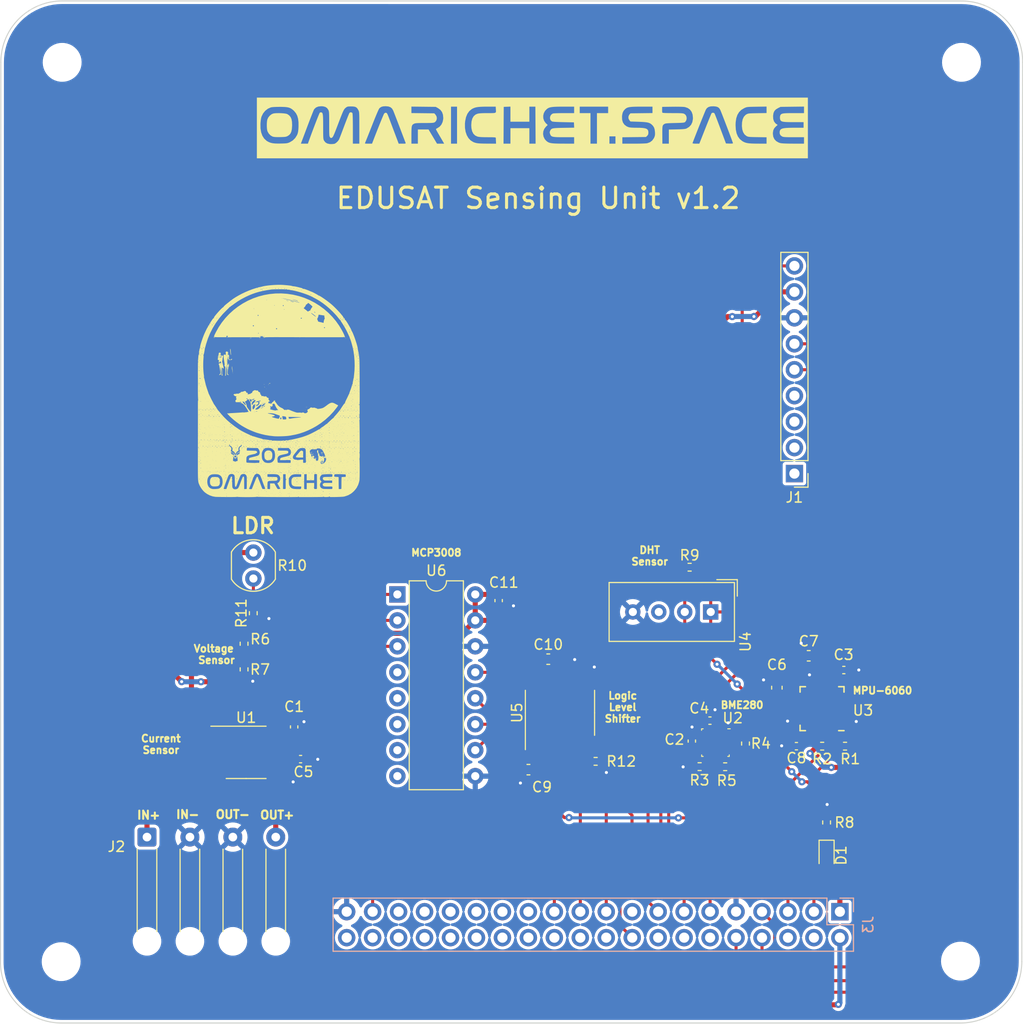
<source format=kicad_pcb>
(kicad_pcb (version 20211014) (generator pcbnew)
  (layers (0 "F.Cu" signal) (31 "B.Cu" power) (34 "B.Paste" user) (35 "F.Paste" user) (36 "B.SilkS" user "B.Silkscreen") (37 "F.SilkS" user "F.Silkscreen") (38 "B.Mask" user) (39 "F.Mask" user) (44 "Edge.Cuts" user))
  (net 0 "")
  (net 1 "+5V")
  (net 2 "GND")
  (net 3 "+3V3")
  (net 4 "Net-(C5-Pad2)")
  (net 5 "Net-(C7-Pad2)")
  (net 6 "Net-(C8-Pad1)")
  (net 7 "Net-(D1-Pad1)")
  (net 12 "TX")
  (net 13 "RX")
  (net 14 "PPS")
  (net 15 "IP")
  (net 16 "OP")
  (net 17 "SDA")
  (net 19 "SCL")
  (net 21 "INT")
  (net 23 "ADO")
  (net 25 "DHTOUT")
  (net 28 "MOSI1")
  (net 30 "MISO1")
  (net 32 "CLK1")
  (net 46 "CS1")
  (net 49 "Net-(R3-Pad1)")
  (net 50 "CH1")
  (net 51 "CH0")
  (net 52 "OE")
  (net 53 "CH2")
  (net 76 "CS")
  (net 77 "MOSI")
  (net 78 "MISO")
  (net 79 "CLK")
  (footprint "Sensor:Aosong_DHT11_5.5x12.0_P2.54mm" (layer "F.Cu") (at 154.66 108.68 -90)
    (fp_text reference "U4")
    (fp_text value "DHT11")
  )
  (footprint "Resistor_SMD:R_0402_1005Metric" (layer "F.Cu") (at 166 129.2775 -90)
    (fp_text reference "R8")
    (fp_text value "4k7")
  )
  (footprint "MountingHole:MountingHole_3.2mm_M3" (layer "F.Cu") (at 91.1 142.9)
    (fp_text reference "H1" hide)
    (fp_text value "MountingHole")
  )
  (footprint "Package_SO:SOIC-8_3.9x4.9mm_P1.27mm" (layer "F.Cu") (at 109.2 122.42)
    (fp_text reference "U1")
    (fp_text value "ACS712xLCTR-05B")
  )
  (footprint "Resistor_SMD:R_0402_1005Metric" (layer "F.Cu") (at 152.5975 104.3025)
    (fp_text reference "R9")
    (fp_text value "4k7")
  )
  (footprint "Resistor_SMD:R_0402_1005Metric" (layer "F.Cu") (at 109.9 108.8 90)
    (fp_text reference "R11")
    (fp_text value "4k7")
  )
  (footprint "Resistor_SMD:R_0402_1005Metric" (layer "F.Cu") (at 109 114.3 90)
    (fp_text reference "R7")
    (fp_text value "7k5")
  )
  (footprint "MountingHole:MountingHole_3.2mm_M3" (layer "F.Cu") (at 179.2 54.9)
    (fp_text reference "H4" hide)
    (fp_text value "MountingHole")
  )
  (footprint "Resistor_SMD:R_0402_1005Metric" (layer "F.Cu") (at 143.4 123.3)
    (fp_text reference "R12")
    (fp_text value "10k")
  )
  (footprint "Capacitor_SMD:C_0402_1005Metric" (layer "F.Cu") (at 152.815 121.315 -90)
    (fp_text reference "C2")
    (fp_text value "100nF")
  )
  (footprint "Capacitor_SMD:C_0402_1005Metric" (layer "F.Cu") (at 113.9 119.93 90)
    (fp_text reference "C1")
    (fp_text value "1nF")
  )
  (footprint "Capacitor_SMD:C_0402_1005Metric" (layer "F.Cu") (at 133.91 107.57 -90)
    (fp_text reference "C11")
    (fp_text value "100nF")
  )
  (footprint "Resistor_SMD:R_0402_1005Metric" (layer "F.Cu") (at 153.575 123.815 180)
    (fp_text reference "R3")
    (fp_text value "4k7")
  )
  (footprint "Resistor_SMD:R_0402_1005Metric" (layer "F.Cu") (at 156.075 123.825)
    (fp_text reference "R5")
    (fp_text value "4k7")
  )
  (footprint "Capacitor_SMD:C_0603_1608Metric" (layer "F.Cu") (at 136.825 124.11)
    (fp_text reference "C9")
    (fp_text value "0.1uF")
  )
  (footprint "Package_LGA:Bosch_LGA-8_2.5x2.5mm_P0.65mm_ClockwisePinNumbering" (layer "F.Cu") (at 155.125 121.465 -90)
    (fp_text reference "U2")
    (fp_text value "BME280")
  )
  (footprint "Capacitor_SMD:C_0603_1608Metric" (layer "F.Cu") (at 138.765 113.3)
    (fp_text reference "C10")
    (fp_text value "0.1uF")
  )
  (footprint "MountingHole:MountingHole_3.2mm_M3" (layer "F.Cu") (at 91.2 54.9)
    (fp_text reference "H2" hide)
    (fp_text value "MountingHole")
  )
  (footprint "Connector_PinHeader_2.54mm:PinHeader_1x09_P2.54mm_Vertical" (layer "F.Cu") (at 162.85 95.14 180)
    (fp_text reference "J1")
    (fp_text value "Conn_01x09_Male")
  )
  (footprint "Capacitor_SMD:C_0603_1608Metric" (layer "F.Cu") (at 164.25 112.97)
    (fp_text reference "C7")
    (fp_text value "0.1uF")
  )
  (footprint "Capacitor_SMD:C_0402_1005Metric" (layer "F.Cu") (at 163.045 121.815 180)
    (fp_text reference "C8")
    (fp_text value "2.2nF")
  )
  (footprint "OptoDevice:R_LDR_4.9x4.2mm_P2.54mm_Vertical" (layer "F.Cu") (at 109.91 102.87 -90)
    (fp_text reference "R10")
    (fp_text value "R_Photo")
  )
  (footprint "Capacitor_SMD:C_0402_1005Metric" (layer "F.Cu") (at 154.585 119.315)
    (fp_text reference "C4")
    (fp_text value "100nF")
  )
  (footprint "Resistor_SMD:R_0402_1005Metric" (layer "F.Cu") (at 165.565 121.815 180)
    (fp_text reference "R2")
    (fp_text value "4k7")
  )
  (footprint "Package_DIP:DIP-16_W7.62mm" (layer "F.Cu") (at 124 106.965)
    (fp_text reference "U6")
    (fp_text value "MCP3008")
  )
  (footprint "Resistor_SMD:R_0402_1005Metric" (layer "F.Cu") (at 158.065 121.555 -90)
    (fp_text reference "R4")
    (fp_text value "4k7")
  )
  (footprint "Sensor_Motion:InvenSense_QFN-24_4x4mm_P0.5mm" (layer "F.Cu") (at 165.555 118.145 180)
    (fp_text reference "U3")
    (fp_text value "MPU-6050")
  )
  (footprint "Capacitor_SMD:C_0603_1608Metric" (layer "F.Cu") (at 161.135 116.09 90)
    (fp_text reference "C6")
    (fp_text value "0.1uF")
  )
  (footprint "Connector_Wire:SolderWire-0.25sqmm_1x04_P4.2mm_D0.65mm_OD1.7mm_Relief" (layer "F.Cu") (at 99.5 130.71)
    (fp_text reference "J2")
    (fp_text value "Conn_01x04_Male")
  )
  (footprint "Capacitor_SMD:C_0402_1005Metric" (layer "F.Cu") (at 167.685 114.365 180)
    (fp_text reference "C3")
    (fp_text value "10nF")
  )
  (footprint "Package_SO:TSSOP-20_4.4x6.5mm_P0.65mm" (layer "F.Cu") (at 139.91 118.55 90)
    (fp_text reference "U5")
    (fp_text value "TXS0108EPW")
  )
  (footprint "Resistor_SMD:R_0402_1005Metric" (layer "F.Cu") (at 109 111.79 90)
    (fp_text reference "R6")
    (fp_text value "30k")
  )
  (footprint "Resistor_SMD:R_0402_1005Metric" (layer "F.Cu") (at 167.805 121.815)
    (fp_text reference "R1")
    (fp_text value "4k7")
  )
  (footprint "Capacitor_SMD:C_0402_1005Metric" (layer "F.Cu") (at 114.53 123.08 180)
    (fp_text reference "C5")
    (fp_text value "1nF")
  )
  (footprint "MountingHole:MountingHole_3.2mm_M3" (layer "F.Cu") (at 179.1 142.85)
    (fp_text reference "H3" hide)
    (fp_text value "MountingHole")
  )
  (footprint "LED_SMD:LED_0603_1608Metric" (layer "F.Cu") (at 166 132.5 -90)
    (fp_text reference "D1")
    (fp_text value "LED")
  )
  (footprint "LOGO" (layer "F.Cu") (at 111.59 87.59)
    (fp_text reference "G***" hide)
    (fp_text value "LOGO" hide)
  )
  (footprint "LOGO" (layer "F.Cu") (at 137.21 61.3)
    (fp_text reference "G***" hide)
    (fp_text value "LOGO" hide)
  )
  (footprint "Connector_PinSocket_2.54mm:PinSocket_2x20_P2.54mm_Vertical" (layer "B.Cu") (at 167.3 138.01 90)
    (fp_text reference "J3")
    (fp_text value "Conn_02x20_Odd_Even")
  )
  (gr_line (start 85.2 54.9) (end 85.166448 143.098507) (layer "Edge.Cuts") (width 0.1))
  (gr_arc (start 179.2 48.9) (mid 183.445018 50.650589) (end 185.185163 54.899899) (layer "Edge.Cuts") (width 0.1))
  (gr_line (start 91.2 48.892803) (end 179.2 48.9) (layer "Edge.Cuts") (width 0.1))
  (gr_arc (start 91.1 148.899999) (mid 86.957823 147.201409) (end 85.166448 143.098507) (layer "Edge.Cuts") (width 0.1))
  (gr_arc (start 85.2 54.9) (mid 86.954814 50.652707) (end 91.2 48.892803) (layer "Edge.Cuts") (width 0.1))
  (gr_line (start 91.1 148.899999) (end 179.1 148.9) (layer "Edge.Cuts") (width 0.1))
  (gr_arc (start 185.1 142.9) (mid 183.342641 147.142641) (end 179.1 148.9) (layer "Edge.Cuts") (width 0.1))
  (gr_line (start 185.185163 54.899899) (end 185.1 142.9) (layer "Edge.Cuts") (width 0.1))
  (gr_text "OUT-" (at 107.89 128.5) (layer "F.SilkS") (effects (font (size 0.8 0.8) (thickness 0.2))))
  (gr_text "IN-" (at 103.48 128.5) (layer "F.SilkS") (effects (font (size 0.8 0.8) (thickness 0.2))))
  (gr_text "BME280" (at 157.73 117.79) (layer "F.SilkS") (effects (font (size 0.7 0.7) (thickness 0.175))))
  (gr_text "MCP3008" (at 127.81 102.88) (layer "F.SilkS") (effects (font (size 0.7 0.7) (thickness 0.175))))
  (gr_text "LDR" (at 109.86 100.25) (layer "F.SilkS") (effects (font (size 1.5 1.5) (thickness 0.3))))
  (gr_text "Current\nSensor" (at 100.86 121.63) (layer "F.SilkS") (effects (font (size 0.7 0.7) (thickness 0.175))))
  (gr_text "OUT+" (at 112.24 128.55) (layer "F.SilkS") (effects (font (size 0.8 0.8) (thickness 0.2))))
  (gr_text "Logic\nLevel\nShifter" (at 146.05 118) (layer "F.SilkS") (effects (font (size 0.7 0.7) (thickness 0.175))))
  (gr_text "Voltage \nSensor" (at 106.3 112.83) (layer "F.SilkS") (effects (font (size 0.7 0.7) (thickness 0.175))))
  (gr_text "EDUSAT Sensing Unit v1.2" (at 137.78 68.2) (layer "F.SilkS") (effects (font (size 2 2) (thickness 0.3))))
  (gr_text "IN+" (at 99.66 128.56) (layer "F.SilkS") (effects (font (size 0.8 0.8) (thickness 0.2))))
  (gr_text "DHT\nSensor" (at 148.69 103.19) (layer "F.SilkS") (effects (font (size 0.7 0.7) (thickness 0.175))))
  (gr_text "MPU-6060" (at 171.47 116.37) (layer "F.SilkS") (effects (font (size 0.7 0.7) (thickness 0.175))))
  (segment (start 109.775 120.515) (end 109.775 118.115) (width 0.5) (layer "F.Cu") (net 1))
  (segment (start 109.775 120.055) (end 115.75 114.08) (width 0.5) (layer "F.Cu") (net 1))
  (segment (start 114.8 128.31) (end 112.19 125.7) (width 0.5) (layer "F.Cu") (net 1))
  (segment (start 115.75 114.08) (end 115.75 112.48) (width 0.5) (layer "F.Cu") (net 1))
  (segment (start 117.39 110.84) (end 117.93 110.84) (width 0.5) (layer "F.Cu") (net 1))
  (segment (start 105.45 102.87) (end 109.91 102.87) (width 0.5) (layer "F.Cu") (net 1))
  (segment (start 102.89 115.5) (end 102.08 114.69) (width 0.5) (layer "F.Cu") (net 1))
  (segment (start 109.775 120.515) (end 109.775 120.055) (width 0.5) (layer "F.Cu") (net 1))
  (segment (start 112.19 125.7) (end 110.06 125.7) (width 0.5) (layer "F.Cu") (net 1))
  (segment (start 118.000001 110.769999) (end 130.355001 110.769999) (width 0.5) (layer "F.Cu") (net 1))
  (segment (start 167.11 147.12) (end 119.71 147.12) (width 0.5) (layer "F.Cu") (net 1))
  (segment (start 109.775 118.115) (end 107.17 115.51) (width 0.5) (layer "F.Cu") (net 1))
  (segment (start 109.775 120.515) (end 111.675 120.515) (width 0.5) (layer "F.Cu") (net 1))
  (segment (start 117.93 110.84) (end 118.000001 110.769999) (width 0.5) (layer "F.Cu") (net 1))
  (segment (start 137.635 115.6875) (end 137.635 113.655) (width 0.3) (layer "F.Cu") (net 1))
  (segment (start 119.71 147.12) (end 114.8 142.21) (width 0.5) (layer "F.Cu") (net 1))
  (segment (start 133.785 106.965) (end 133.91 107.09) (width 0.5) (layer "F.Cu") (net 1))
  (segment (start 114.8 142.21) (end 114.8 128.31) (width 0.5) (layer "F.Cu") (net 1))
  (segment (start 108.85 121.44) (end 109.775 120.515) (width 0.5) (layer "F.Cu") (net 1))
  (segment (start 130.355001 110.769999) (end 131.62 109.505) (width 0.5) (layer "F.Cu") (net 1))
  (segment (start 102.08 106.24) (end 105.45 102.87) (width 0.5) (layer "F.Cu") (net 1))
  (segment (start 134.195 109.505) (end 137.99 113.3) (width 0.5) (layer "F.Cu") (net 1))
  (segment (start 110.06 125.7) (end 108.85 124.49) (width 0.5) (layer "F.Cu") (net 1))
  (segment (start 108.85 124.49) (end 108.85 121.44) (width 0.5) (layer "F.Cu") (net 1))
  (segment (start 131.62 109.505) (end 134.195 109.505) (width 0.5) (layer "F.Cu") (net 1))
  (segment (start 107.17 115.51) (end 104.78 115.51) (width 0.5) (layer "F.Cu") (net 1))
  (segment (start 131.62 109.505) (end 131.62 106.965) (width 0.5) (layer "F.Cu") (net 1))
  (segment (start 131.62 106.965) (end 133.785 106.965) (width 0.5) (layer "F.Cu") (net 1))
  (segment (start 167.15 147.08) (end 167.11 147.12) (width 0.5) (layer "F.Cu") (net 1))
  (segment (start 111.675 120.515) (end 113.795 120.515) (width 0.5) (layer "F.Cu") (net 1))
  (segment (start 115.75 112.48) (end 117.39 110.84) (width 0.5) (layer "F.Cu") (net 1))
  (segment (start 113.795 120.515) (end 113.9 120.41) (width 0.5) (layer "F.Cu") (net 1))
  (segment (start 137.635 113.655) (end 137.99 113.3) (width 0.3) (layer "F.Cu") (net 1))
  (segment (start 102.08 114.69) (end 102.08 106.24) (width 0.5) (layer "F.Cu") (net 1))
  (via (at 104.78 115.51) (size 0.7) (drill 0.3) (layers "F.Cu" "B.Cu") (net 1))
  (via (at 102.89 115.5) (size 0.7) (drill 0.3) (layers "F.Cu" "B.Cu") (net 1))
  (via (at 167.15 147.08) (size 0.7) (drill 0.3) (layers "F.Cu" "B.Cu") (net 1))
  (segment (start 167.15 147.08) (end 167.3 146.93) (width 0.5) (layer "B.Cu") (net 1))
  (segment (start 104.78 115.51) (end 102.9 115.51) (width 0.5) (layer "B.Cu") (net 1))
  (segment (start 167.3 146.93) (end 167.3 140.55) (width 0.5) (layer "B.Cu") (net 1))
  (segment (start 102.9 115.51) (end 102.89 115.5) (width 0.5) (layer "B.Cu") (net 1))
  (segment (start 152.815 119.955) (end 152.83 119.94) (width 0.5) (layer "F.Cu") (net 2))
  (segment (start 164.805 115.315756) (end 164.324622 114.835378) (width 0.3) (layer "F.Cu") (net 2))
  (segment (start 169.145 114.365) (end 169.15 114.36) (width 0.5) (layer "F.Cu") (net 2))
  (segment (start 116.19 123.08) (end 116.21 123.1) (width 0.5) (layer "F.Cu") (net 2))
  (segment (start 155.065 118.265) (end 155.08 118.25) (width 0.5) (layer "F.Cu") (net 2))
  (segment (start 139.54 113.3) (end 141.31 113.3) (width 0.5) (layer "F.Cu") (net 2))
  (segment (start 115.01 123.08) (end 116.19 123.08) (width 0.5) (layer "F.Cu") (net 2))
  (segment (start 166 128.7675) (end 166 127.57) (width 0.5) (layer "F.Cu") (net 2))
  (segment (start 153.065 123.815) (end 151.985 123.815) (width 0.5) (layer "F.Cu") (net 2))
  (segment (start 135.33 108.05) (end 135.36 108.08) (width 0.5) (layer "F.Cu") (net 2))
  (segment (start 155.065 119.315) (end 155.065 118.265) (width 0.5) (layer "F.Cu") (net 2))
  (segment (start 162.215 119.395) (end 162.18 119.36) (width 0.3) (layer "F.Cu") (net 2))
  (segment (start 151.985 123.815) (end 151.96 123.84) (width 0.5) (layer "F.Cu") (net 2))
  (segment (start 168.165 114.365) (end 169.145 114.365) (width 0.5) (layer "F.Cu") (net 2))
  (segment (start 112.815 124.325) (end 113.8 125.31) (width 0.5) (layer "F.Cu") (net 2))
  (segment (start 161.135 115.315) (end 159.845 115.315) (width 0.5) (layer "F.Cu") (net 2))
  (segment (start 111.41 109.31) (end 111.43 109.33) (width 0.5) (layer "F.Cu") (net 2))
  (segment (start 113.9 119.45) (end 114.83 119.45) (width 0.5) (layer "F.Cu") (net 2))
  (segment (start 114.83 119.45) (end 114.86 119.42) (width 0.5) (layer "F.Cu") (net 2))
  (segment (start 163.475 111.775) (end 163.51 111.74) (width 0.5) (layer "F.Cu") (net 2))
  (segment (start 109 114.81) (end 109.2 114.81) (width 0.5) (layer "F.Cu") (net 2))
  (segment (start 154.1 121.14) (end 153.12 121.14) (width 0.3) (layer "F.Cu") (net 2))
  (segment (start 168.895 119.395) (end 168.9 119.4) (width 0.3) (layer "F.Cu") (net 2))
  (segment (start 109.9 109.31) (end 111.41 109.31) (width 0.5) (layer "F.Cu") (net 2))
  (segment (start 167.505 119.395) (end 168.895 119.395) (width 0.3) (layer "F.Cu") (net 2))
  (segment (start 136.05 125.41) (end 136.04 125.42) (width 0.5) (layer "F.Cu") (net 2))
  (segment (start 143.91 123.3) (end 143.91 123.85) (width 0.5) (layer "F.Cu") (net 2))
  (segment (start 163.475 112.97) (end 163.475 111.775) (width 0.5) (layer "F.Cu") (net 2))
  (segment (start 111.675 124.325) (end 112.815 124.325) (width 0.5) (layer "F.Cu") (net 2))
  (segment (start 141.31 113.3) (end 141.35 113.34) (width 0.5) (layer "F.Cu") (net 2))
  (segment (start 156.15 120.49) (end 156.15 119.75) (width 0.5) (layer "F.Cu") (net 2))
  (segment (start 164.805 116.195) (end 164.805 115.315756) (width 0.3) (layer "F.Cu") (net 2))
  (segment (start 109.2 114.81) (end 109.85 115.46) (width 0.5) (layer "F.Cu") (net 2))
  (segment (start 166 127.57) (end 166.05 127.52) (width 0.5) (layer "F.Cu") (net 2))
  (segment (start 162.565 121.815) (end 161.635 121.815) (width 0.5) (layer "F.Cu") (net 2))
  (segment (start 152.815 120.835) (end 152.815 119.955) (width 0.5) (layer "F.Cu") (net 2))
  (segment (start 142.835 115.6875) (end 142.835 114.505) (width 0.5) (layer "F.Cu") (net 2))
  (segment (start 153.12 121.14) (end 152.815 120.835) (width 0.3) (layer "F.Cu") (net 2))
  (segment (start 143.91 123.85) (end 144.45 124.39) (width 0.5) (layer "F.Cu") (net 2))
  (segment (start 159.845 115.315) (end 159.83 115.33) (width 0.5) (layer "F.Cu") (net 2))
  (segment (start 133.91 108.05) (end 135.33 108.05) (width 0.5) (layer "F.Cu") (net 2))
  (segment (start 163.605 119.395) (end 162.215 119.395) (width 0.3) (layer "F.Cu") (net 2))
  (segment (start 142.835 114.505) (end 143.27 114.07) (width 0.5) (layer "F.Cu") (net 2))
  (segment (start 156.15 119.75) (end 156.37 119.53) (width 0.5) (layer "F.Cu") (net 2))
  (segment (start 161.635 121.815) (end 161.6 121.78) (width 0.5) (layer "F.Cu") (net 2))
  (segment (start 136.05 124.11) (end 136.05 125.41) (width 0.5) (layer "F.Cu") (net 2))
  (via (at 159.83 115.33) (size 0.7) (drill 0.3) (layers "F.Cu" "B.Cu") (net 2))
  (via (at 162.18 119.36) (size 0.7) (drill 0.3) (layers "F.Cu" "B.Cu") (net 2))
  (via (at 152.83 119.94) (size 0.7) (drill 0.3) (layers "F.Cu" "B.Cu") (net 2))
  (via (at 114.86 119.42) (size 0.7) (drill 0.3) (layers "F.Cu" "B.Cu") (net 2))
  (via (at 113.8 125.31) (size 0.7) (drill 0.3) (layers "F.Cu" "B.Cu") (net 2))
  (via (at 136.04 125.42) (size 0.7) (drill 0.3) (layers "F.Cu" "B.Cu") (net 2))
  (via (at 141.35 113.34) (size 0.7) (drill 0.3) (layers "F.Cu" "B.Cu") (net 2))
  (via (at 161.6 121.78) (size 0.7) (drill 0.3) (layers "F.Cu" "B.Cu") (net 2))
  (via (at 144.45 124.39) (size 0.7) (drill 0.3) (layers "F.Cu" "B.Cu") (net 2))
  (via (at 163.51 111.74) (size 0.7) (drill 0.3) (layers "F.Cu" "B.Cu") (net 2))
  (via (at 166.05 127.52) (size 0.7) (drill 0.3) (layers "F.Cu" "B.Cu") (net 2))
  (via (at 135.36 108.08) (size 0.7) (drill 0.3) (layers "F.Cu" "B.Cu") (net 2))
  (via (at 164.324622 114.835378) (size 0.7) (drill 0.3) (layers "F.Cu" "B.Cu") (net 2))
  (via (at 169.15 114.36) (size 0.7) (drill 0.3) (layers "F.Cu" "B.Cu") (net 2))
  (via (at 168.9 119.4) (size 0.7) (drill 0.3) (layers "F.Cu" "B.Cu") (net 2))
  (via (at 143.27 114.07) (size 0.7) (drill 0.3) (layers "F.Cu" "B.Cu") (net 2))
  (via (at 151.96 123.84) (size 0.7) (drill 0.3) (layers "F.Cu" "B.Cu") (net 2))
  (via (at 116.21 123.1) (size 0.7) (drill 0.3) (layers "F.Cu" "B.Cu") (net 2))
  (via (at 155.08 118.25) (size 0.7) (drill 0.3) (layers "F.Cu" "B.Cu") (net 2))
  (via (at 111.43 109.33) (size 0.7) (drill 0.3) (layers "F.Cu" "B.Cu") (net 2))
  (via (at 109.85 115.46) (size 0.7) (drill 0.3) (layers "F.Cu" "B.Cu") (net 2))
  (via (at 156.37 119.53) (size 0.7) (drill 0.3) (layers "F.Cu" "B.Cu") (net 2))
  (segment (start 159.03 79.77) (end 158.89 79.77) (width 0.5) (layer "F.Cu") (net 3))
  (segment (start 166.61 108.68) (end 170.22 112.29) (width 0.3) (layer "F.Cu") (net 3))
  (segment (start 168.065378 123.894622) (end 168.315 123.645) (width 0.5) (layer "F.Cu") (net 3))
  (segment (start 155.565 125.735) (end 155.28 126.02) (width 0.3) (layer "F.Cu") (net 3))
  (segment (start 155.265 121.355) (end 155.265 121.215) (width 0.3) (layer "F.Cu") (net 3))
  (segment (start 168.57 133.45) (end 168.57 133.5) (width 0.5) (layer "F.Cu") (net 3))
  (segment (start 168.315 123.645) (end 168.315 121.815) (width 0.5) (layer "F.Cu") (net 3))
  (segment (start 157.25 115.74) (end 158.375 116.865) (width 0.3) (layer "F.Cu") (net 3))
  (segment (start 155.255 122.345) (end 155.255 121.365) (width 0.3) (layer "F.Cu") (net 3))
  (segment (start 169.96 112.03) (end 168.21 112.03) (width 0.5) (layer "F.Cu") (net 3))
  (segment (start 155.28 126.02) (end 152.47 128.83) (width 0.3) (layer "F.Cu") (net 3))
  (segment (start 156.15 121.14) (end 155.34 121.14) (width 0.3) (layer "F.Cu") (net 3))
  (segment (start 155.34 121.14) (end 155.265 121.215) (width 0.3) (layer "F.Cu") (net 3))
  (segment (start 154.1 120.49) (end 154.54 120.49) (width 0.3) (layer "F.Cu") (net 3))
  (segment (start 170.22 112.29) (end 169.96 112.03) (width 0.5) (layer "F.Cu") (net 3))
  (segment (start 153.6575 104.3025) (end 154.66 105.305) (width 0.3) (layer "F.Cu") (net 3))
  (segment (start 140.34 128.8) (end 137.6 126.06) (width 0.3) (layer "F.Cu") (net 3))
  (segment (start 168.315 121.815) (end 169.185 121.815) (width 0.5) (layer "F.Cu") (net 3))
  (segment (start 169.185 121.815) (end 170.49 120.51) (width 0.5) (layer "F.Cu") (net 3))
  (segment (start 155.565 123.825) (end 155.565 125.735) (width 0.3) (layer "F.Cu") (net 3))
  (segment (start 137.6 126.06) (end 137.6 124.11) (width 0.3) (layer "F.Cu") (net 3))
  (segment (start 165.055 121.815) (end 165.055 121.845756) (width 0.5) (layer "F.Cu") (net 3))
  (segment (start 170.49 120.51) (end 170.49 112.56) (width 0.5) (layer "F.Cu") (net 3))
  (segment (start 156.32 79.78) (end 153.1075 82.9925) (width 0.5) (layer "F.Cu") (net 3))
  (segment (start 166.454622 123.894622) (end 168.065378 123.894622) (width 0.5) (layer "F.Cu") (net 3))
  (segment (start 166.305 116.195) (end 166.305 115.295) (width 0.3) (layer "F.Cu") (net 3))
  (segment (start 154.1 120.49) (end 154.1 119.32) (width 0.3) (layer "F.Cu") (net 3))
  (segment (start 155.255 122.345) (end 154.7 121.79) (width 0.3) (layer "F.Cu") (net 3))
  (segment (start 163.525 116.815) (end 163.605 116.895) (width 0.3) (layer "F.Cu") (net 3))
  (segment (start 153.1075 82.9925) (end 153.1075 104.3025) (width 0.5) (layer "F.Cu") (net 3))
  (segment (start 165.055 121.845756) (end 164.375378 122.525378) (width 0.5) (layer "F.Cu") (net 3))
  (segment (start 155.565 123.825) (end 155.255 123.515) (width 0.3) (layer "F.Cu") (net 3))
  (segment (start 158.065 121.045) (end 161.135 117.975) (width 0.3) (layer "F.Cu") (net 3))
  (segment (start 169.25 128.85) (end 169.25 132.77) (width 0.5) (layer "F.Cu") (net 3))
  (segment (start 137.635 124.075) (end 137.6 124.11) (width 0.3) (layer "F.Cu") (net 3))
  (segment (start 157.105 121.045) (end 158.065 121.045) (width 0.3) (layer "F.Cu") (net 3))
  (segment (start 161.44 77.36) (end 159.03 79.77) (width 0.5) (layer "F.Cu") (net 3))
  (segment (start 167.3 138.01) (end 167.3 136.32) (width 0.5) (layer "F.Cu") (net 3))
  (segment (start 140.79 128.8) (end 140.34 128.8) (width 0.3) (layer "F.Cu") (net 3))
  (segment (start 170.49 112.56) (end 170.22 112.29) (width 0.5) (layer "F.Cu") (net 3))
  (segment (start 154.7 121.79) (end 154.1 121.79) (width 0.3) (layer "F.Cu") (net 3))
  (segment (start 154.1 119.32) (end 154.105 119.315) (width 0.3) (layer "F.Cu") (net 3))
  (segment (start 158.375 116.865) (end 161.135 116.865) (width 0.3) (layer "F.Cu") (net 3))
  (segment (start 152.815 121.795) (end 154.095 121.795) (width 0.3) (layer "F.Cu") (net 3))
  (segment (start 166.305 115.295) (end 167.205 114.395) (width 0.3) (layer "F.Cu") (net 3))
  (segment (start 168.57 133.5) (end 166.2125 133.5) (width 0.5) (layer "F.Cu") (net 3))
  (segment (start 153.1075 104.3025) (end 153.6575 104.3025) (width 0.3) (layer "F.Cu") (net 3))
  (segment (start 155.255 123.515) (end 155.255 122.345) (width 0.3) (layer "F.Cu") (net 3))
  (segment (start 167.205 113.035) (end 167.205 114.365) (width 0.5) (layer "F.Cu") (net 3))
  (segment (start 161.205 116.795) (end 163.472462 116.795) (width 0.5) (layer "F.Cu") (net 3))
  (segment (start 162.85 77.36) (end 161.44 77.36) (width 0.5) (layer "F.Cu") (net 3))
  (segment (start 157.01 121.14) (end 157.105 121.045) (width 0.3) (layer "F.Cu") (net 3))
  (segment (start 167.3 136.32) (end 166 135.02) (width 0.5) (layer "F.Cu") (net 3))
  (segment (start 161.135 116.865) (end 161.205 116.795) (width 0.5) (layer "F.Cu") (net 3))
  (segment (start 154.66 108.68) (end 154.66 113.18) (width 0.3) (layer "F.Cu") (net 3))
  (segment (start 167.205 114.395) (end 167.205 114.365) (width 0.3) (layer "F.Cu") (net 3))
  (segment (start 166 135.02) (end 166 133.2875) (width 0.5) (layer "F.Cu") (net 3))
  (segment (start 154.66 108.68) (end 166.61 108.68) (width 0.3) (layer "F.Cu") (net 3))
  (segment (start 154.66 113.18) (end 155.28 113.8) (width 0.3) (layer "F.Cu") (net 3))
  (segment (start 152.47 128.83) (end 151.5 128.83) (width 0.3) (layer "F.Cu") (net 3))
  (segment (start 168.315 127.915) (end 169.25 128.85) (width 0.5) (layer "F.Cu") (net 3))
  (segment (start 154.66 105.305) (end 154.66 108.68) (width 0.3) (layer "F.Cu") (net 3))
  (segment (start 161.135 117.975) (end 161.135 116.865) (width 0.3) (layer "F.Cu") (net 3))
  (segment (start 168.21 112.03) (end 167.205 113.035) (width 0.5) (layer "F.Cu") (net 3))
  (segment (start 168.315 123.645) (end 168.315 127.915) (width 0.5) (layer "F.Cu") (net 3))
  (segment (start 155.265 121.215) (end 154.54 120.49) (width 0.3) (layer "F.Cu") (net 3))
  (segment (start 154.095 121.795) (end 154.1 121.79) (width 0.3) (layer "F.Cu") (net 3))
  (segment (start 156.15 121.14) (end 157.01 121.14) (width 0.3) (layer "F.Cu") (net 3))
  (segment (start 169.25 132.77) (end 168.57 133.45) (width 0.5) (layer "F.Cu") (net 3))
  (segment (start 155.255 121.365) (end 155.265 121.355) (width 0.3) (layer "F.Cu") (net 3))
  (segment (start 156.77 79.78) (end 156.32 79.78) (width 0.5) (layer "F.Cu") (net 3))
  (segment (start 137.635 121.4125) (end 137.635 124.075) (width 0.3) (layer "F.Cu") (net 3))
  (via (at 151.5 128.83) (size 0.7) (drill 0.3) (layers "F.Cu" "B.Cu") (net 3))
  (via (at 140.79 128.8) (size 0.7) (drill 0.3) (layers "F.Cu" "B.Cu") (net 3))
  (via (at 157.25 115.74) (size 0.7) (drill 0.3) (layers "F.Cu" "B.Cu") (net 3))
  (via (at 155.28 113.8) (size 0.7) (drill 0.3) (layers "F.Cu" "B.Cu") (net 3))
  (via (at 166.454622 123.894622) (size 0.7) (drill 0.3) (layers "F.Cu" "B.Cu") (net 3))
  (via (at 164.375378 122.525378) (size 0.7) (drill 0.3) (layers "F.Cu" "B.Cu") (net 3))
  (via (at 156.77 79.78) (size 0.7) (drill 0.3) (layers "F.Cu" "B.Cu") (net 3))
  (via (at 158.89 79.77) (size 0.7) (drill 0.3) (layers "F.Cu" "B.Cu") (net 3))
  (segment (start 156.78 79.77) (end 156.77 79.78) (width 0.5) (layer "B.Cu") (net 3))
  (segment (start 166.43 123.87) (end 166.454622 123.894622) (width 0.5) (layer "B.Cu") (net 3))
  (segment (start 155.28 113.8) (end 155.31 113.8) (width 0.3) (layer "B.Cu") (net 3))
  (segment (start 151.5 128.83) (end 140.82 128.83) (width 0.3) (layer "B.Cu") (net 3))
  (segment (start 164.375378 122.525378) (end 165.72 123.87) (width 0.5) (layer "B.Cu") (net 3))
  (segment (start 158.89 79.77) (end 156.78 79.77) (width 0.5) (layer "B.Cu") (net 3))
  (segment (start 155.31 113.8) (end 157.25 115.74) (width 0.3) (layer "B.Cu") (net 3))
  (segment (start 140.82 128.83) (end 140.79 128.8) (width 0.3) (layer "B.Cu") (net 3))
  (segment (start 165.72 123.87) (end 166.43 123.87) (width 0.5) (layer "B.Cu") (net 3))
  (segment (start 111.675 123.055) (end 113.945 123.055) (width 0.3) (layer "F.Cu") (net 4))
  (segment (start 113.945 123.055) (end 113.96 123.04) (width 0.3) (layer "F.Cu") (net 4))
  (segment (start 165.305 113.25) (end 165.305 116.195) (width 0.3) (layer "F.Cu") (net 5))
  (segment (start 165.025 112.97) (end 165.305 113.25) (width 0.3) (layer "F.Cu") (net 5))
  (segment (start 163.525 121.465) (end 163.525 121.815) (width 0.3) (layer "F.Cu") (net 6))
  (segment (start 164.805 120.905) (end 164.585 121.125) (width 0.3) (layer "F.Cu") (net 6))
  (segment (start 164.805 120.095) (end 164.805 120.905) (width 0.3) (layer "F.Cu") (net 6))
  (segment (start 164.585 121.125) (end 163.865 121.125) (width 0.3) (layer "F.Cu") (net 6))
  (segment (start 163.865 121.125) (end 163.525 121.465) (width 0.3) (layer "F.Cu") (net 6))
  (segment (start 166 131.7125) (end 166 129.7875) (width 0.3) (layer "F.Cu") (net 7))
  (segment (start 173.12 91.58) (end 173.12 142.95) (width 0.3) (layer "F.Cu") (net 12))
  (segment (start 171.31 144.76) (end 161.17 144.76) (width 0.3) (layer "F.Cu") (net 12))
  (segment (start 173.12 142.95) (end 171.31 144.76) (width 0.3) (layer "F.Cu") (net 12))
  (segment (start 161.17 144.76) (end 159.68 143.27) (width 0.3) (layer "F.Cu") (net 12))
  (segment (start 159.68 143.27) (end 159.68 140.55) (width 0.3) (layer "F.Cu") (net 12))
  (segment (start 166.52 84.98) (end 173.12 91.58) (width 0.3) (layer "F.Cu") (net 12))
  (segment (start 162.85 84.98) (end 166.52 84.98) (width 0.3) (layer "F.Cu") (net 12))
  (segment (start 158.93 145.89) (end 157.14 144.1) (width 0.3) (layer "F.Cu") (net 13))
  (segment (start 174.61 143.12) (end 171.84 145.89) (width 0.3) (layer "F.Cu") (net 13))
  (segment (start 157.14 144.1) (end 157.14 140.55) (width 0.3) (layer "F.Cu") (net 13))
  (segment (start 166.67 82.44) (end 174.61 90.38) (width 0.3) (layer "F.Cu") (net 13))
  (segment (start 171.84 145.89) (end 158.93 145.89) (width 0.3) (layer "F.Cu") (net 13))
  (segment (start 162.85 82.44) (end 166.67 82.44) (width 0.3) (layer "F.Cu") (net 13))
  (segment (start 174.61 90.38) (end 174.61 143.12) (width 0.3) (layer "F.Cu") (net 13))
  (segment (start 170.84 143.41) (end 171.53 142.72) (width 0.3) (layer "F.Cu") (net 14))
  (segment (start 171.53 104.2) (end 167.72 100.39) (width 0.3) (layer "F.Cu") (net 14))
  (segment (start 159.68 138.01) (end 160.918923 139.248923) (width 0.3) (layer "F.Cu") (net 14))
  (segment (start 157.74 97.87) (end 160.26 100.39) (width 0.3) (layer "F.Cu") (net 14))
  (segment (start 160.47 74.82) (end 157.74 77.55) (width 0.3) (layer "F.Cu") (net 14))
  (segment (start 162.85 74.82) (end 160.47 74.82) (width 0.3) (layer "F.Cu") (net 14))
  (segment (start 171.53 142.72) (end 171.53 104.2) (width 0.3) (layer "F.Cu") (net 14))
  (segment (start 160.26 100.39) (end 167.72 100.39) (width 0.3) (layer "F.Cu") (net 14))
  (segment (start 160.918923 139.248923) (end 160.918923 142.308923) (width 0.3) (layer "F.Cu") (net 14))
  (segment (start 157.74 77.55) (end 157.74 97.87) (width 0.3) (layer "F.Cu") (net 14))
  (segment (start 160.918923 142.308923) (end 162.02 143.41) (width 0.3) (layer "F.Cu") (net 14))
  (segment (start 162.02 143.41) (end 170.84 143.41) (width 0.3) (layer "F.Cu") (net 14))
  (segment (start 103.85 112.57) (end 105.14 111.28) (width 0.5) (layer "F.Cu") (net 15))
  (segment (start 106.725 120.515) (end 104.715 120.515) (width 0.5) (layer "F.Cu") (net 15))
  (segment (start 105.14 111.28) (end 109 111.28) (width 0.5) (layer "F.Cu") (net 15))
  (segment (start 103.85 123.23) (end 103.85 119.65) (width 0.5) (layer "F.Cu") (net 15))
  (segment (start 99.5 127.58) (end 103.85 123.23) (width 0.5) (layer "F.Cu") (net 15))
  (segment (start 106.725 120.515) (end 106.725 121.785) (width 0.5) (layer "F.Cu") (net 15))
  (segment (start 104.715 120.515) (end 103.85 119.65) (width 0.5) (layer "F.Cu") (net 15))
  (segment (start 103.85 119.65) (end 103.85 112.57) (width 0.5) (layer "F.Cu") (net 15))
  (segment (start 99.5 130.71) (end 99.5 127.58) (width 0.5) (layer "F.Cu") (net 15))
  (segment (start 106.725 123.055) (end 106.725 124.325) (width 0.5) (layer "F.Cu") (net 16))
  (segment (start 106.725 124.325) (end 109.08 126.68) (width 0.5) (layer "F.Cu") (net 16))
  (segment (start 109.08 126.68) (end 110.57 126.68) (width 0.5) (layer "F.Cu") (net 16))
  (segment (start 112.1 128.21) (end 112.1 130.71) (width 0.5) (layer "F.Cu") (net 16))
  (segment (start 110.57 126.68) (end 112.1 128.21) (width 0.5) (layer "F.Cu") (net 16))
  (segment (start 167.295 121.225) (end 167.295 121.815) (width 0.3) (layer "F.Cu") (net 17))
  (segment (start 163.579622 125.299622) (end 164.119622 125.299622) (width 0.3) (layer "F.Cu") (net 17))
  (segment (start 166.805 120.095) (end 166.805 120.735) (width 0.3) (layer "F.Cu") (net 17))
  (segment (start 156.91 121.79) (end 157.185 122.065) (width 0.3) (layer "F.Cu") (net 17))
  (segment (start 164.119622 125.299622) (end 164.665 125.845) (width 0.3) (layer "F.Cu") (net 17))
  (segment (start 166.805 120.735) (end 167.295 121.225) (width 0.3) (layer "F.Cu") (net 17))
  (segment (start 157.185 122.065) (end 158.065 122.065) (width 0.3) (layer "F.Cu") (net 17))
  (segment (start 158.065 122.065) (end 160.345 122.065) (width 0.3) (layer "F.Cu") (net 17))
  (segment (start 164.665 125.845) (end 164.76 125.94) (width 0.3) (layer "F.Cu") (net 17))
  (segment (start 164.76 125.94) (end 164.76 138.01) (width 0.3) (layer "F.Cu") (net 17))
  (segment (start 164.665 124.695) (end 164.665 125.845) (width 0.3) (layer "F.Cu") (net 17))
  (segment (start 160.345 122.065) (end 162.590378 124.310378) (width 0.3) (layer "F.Cu") (net 17))
  (segment (start 167.295 121.815) (end 167.295 122.065) (width 0.3) (layer "F.Cu") (net 17))
  (segment (start 167.295 122.065) (end 164.665 124.695) (width 0.3) (layer "F.Cu") (net 17))
  (segment (start 156.15 121.79) (end 156.91 121.79) (width 0.3) (layer "F.Cu") (net 17))
  (via (at 162.590378 124.310378) (size 0.7) (drill 0.3) (layers "F.Cu" "B.Cu") (net 17))
  (via (at 163.579622 125.299622) (size 0.7) (drill 0.3) (layers "F.Cu" "B.Cu") (net 17))
  (segment (start 163.565 125.235) (end 163.565 125.285) (width 0.3) (layer "B.Cu") (net 17))
  (segment (start 163.515 125.235) (end 163.565 125.235) (width 0.3) (layer "B.Cu") (net 17))
  (segment (start 162.590378 124.310378) (end 163.515 125.235) (width 0.3) (layer "B.Cu") (net 17))
  (segment (start 163.565 125.285) (end 163.579622 125.299622) (width 0.3) (layer "B.Cu") (net 17))
  (segment (start 166.305 120.925) (end 166.075 121.155) (width 0.3) (layer "F.Cu") (net 19))
  (segment (start 162.125 125.765) (end 162.125 125.805) (width 0.3) (layer "F.Cu") (net 19))
  (segment (start 156.15 122.44) (end 156.15 122.78) (width 0.3) (layer "F.Cu") (net 19))
  (segment (start 166.075 121.155) (end 166.075 121.815) (width 0.3) (layer "F.Cu") (net 19))
  (segment (start 156.585 123.825) (end 160.145 123.825) (width 0.3) (layer "F.Cu") (net 19))
  (segment (start 156.15 122.78) (end 156.585 123.215) (width 0.3) (layer "F.Cu") (net 19))
  (segment (start 160.145 123.825) (end 162.125 125.805) (width 0.3) (layer "F.Cu") (net 19))
  (segment (start 162.125 125.765) (end 162.22 125.86) (width 0.3) (layer "F.Cu") (net 19))
  (segment (start 166.305 120.095) (end 166.305 120.925) (width 0.3) (layer "F.Cu") (net 19))
  (segment (start 162.22 125.86) (end 162.22 138.01) (width 0.3) (layer "F.Cu") (net 19))
  (segment (start 166.075 121.815) (end 162.125 125.765) (width 0.3) (layer "F.Cu") (net 19))
  (segment (start 156.585 123.215) (end 156.585 123.825) (width 0.3) (layer "F.Cu") (net 19))
  (segment (start 161.82 112.25) (end 159.68 112.25) (width 0.3) (layer "F.Cu") (net 21))
  (segment (start 152.65 135.1) (end 153.46 135.1) (width 0.3) (layer "F.Cu") (net 21))
  (segment (start 155.34 116.59) (end 151.47 116.59) (width 0.3) (layer "F.Cu") (net 21))
  (segment (start 151.47 116.59) (end 150.55 117.51) (width 0.3) (layer "F.Cu") (net 21))
  (segment (start 154.6 136.24) (end 154.6 138.01) (width 0.3) (layer "F.Cu") (net 21))
  (segment (start 163.33 114.83) (end 162.77 114.83) (width 0.3) (layer "F.Cu") (net 21))
  (segment (start 162.77 114.83) (end 162.18 114.24) (width 0.3) (layer "F.Cu") (net 21))
  (segment (start 150.55 133) (end 152.65 135.1) (width 0.3) (layer "F.Cu") (net 21))
  (segment (start 162.18 112.61) (end 161.82 112.25) (width 0.3) (layer "F.Cu") (net 21))
  (segment (start 153.46 135.1) (end 154.6 136.24) (width 0.3) (layer "F.Cu") (net 21))
  (segment (start 150.55 117.51) (end 150.55 133) (width 0.3) (layer "F.Cu") (net 21))
  (segment (start 164.305 116.195) (end 164.305 115.805) (width 0.3) (layer "F.Cu") (net 21))
  (segment (start 159.68 112.25) (end 155.34 116.59) (width 0.3) (layer "F.Cu") (net 21))
  (segment (start 164.305 115.805) (end 163.33 114.83) (width 0.3) (layer "F.Cu") (net 21))
  (segment (start 162.18 114.24) (end 162.18 112.61) (width 0.3) (layer "F.Cu") (net 21))
  (segment (start 151.01 115.75) (end 154.61 115.75) (width 0.3) (layer "F.Cu") (net 23))
  (segment (start 154.61 115.75) (end 159.97 110.39) (width 0.3) (layer "F.Cu") (net 23))
  (segment (start 152.06 138.01) (end 152.06 135.92) (width 0.3) (layer "F.Cu") (net 23))
  (segment (start 165.36 110.39) (end 166.42 111.45) (width 0.3) (layer "F.Cu") (net 23))
  (segment (start 166.42 114.34) (end 165.805 114.955) (width 0.3) (layer "F.Cu") (net 23))
  (segment (start 152.06 135.92) (end 149.78 133.64) (width 0.3) (layer "F.Cu") (net 23))
  (segment (start 165.805 114.955) (end 165.805 116.195) (width 0.3) (layer "F.Cu") (net 23))
  (segment (start 159.97 110.39) (end 165.36 110.39) (width 0.3) (layer "F.Cu") (net 23))
  (segment (start 149.78 116.98) (end 151.01 115.75) (width 0.3) (layer "F.Cu") (net 23))
  (segment (start 166.42 111.45) (end 166.42 114.34) (width 0.3) (layer "F.Cu") (net 23))
  (segment (start 149.78 133.64) (end 149.78 116.98) (width 0.3) (layer "F.Cu") (net 23))
  (segment (start 148.53 137.02) (end 149.52 138.01) (width 0.3) (layer "F.Cu") (net 25))
  (segment (start 152.12 110.88) (end 148.53 114.47) (width 0.3) (layer "F.Cu") (net 25))
  (segment (start 152.0875 104.3025) (end 152.12 104.335) (width 0.3) (layer "F.Cu") (net 25))
  (segment (start 152.12 108.68) (end 152.12 110.88) (width 0.3) (layer "F.Cu") (net 25))
  (segment (start 152.12 104.335) (end 152.12 108.68) (width 0.3) (layer "F.Cu") (net 25))
  (segment (start 148.53 114.47) (end 148.53 137.02) (width 0.3) (layer "F.Cu") (net 25))
  (segment (start 138.935 121.4125) (end 138.935 122.315) (width 0.3) (layer "F.Cu") (net 28))
  (segment (start 138.935 122.315) (end 144.44 127.82) (width 0.3) (layer "F.Cu") (net 28))
  (segment (start 144.44 127.82) (end 144.44 138.01) (width 0.3) (layer "F.Cu") (net 28))
  (segment (start 138.285 121.4125) (end 138.285 122.565) (width 0.3) (layer "F.Cu") (net 30))
  (segment (start 138.285 122.565) (end 141.9 126.18) (width 0.3) (layer "F.Cu") (net 30))
  (segment (start 141.9 126.18) (end 141.9 138.01) (width 0.3) (layer "F.Cu") (net 30))
  (segment (start 136.985 121.4125) (end 135.5075 121.4125) (width 0.3) (layer "F.Cu") (net 32))
  (segment (start 135.5075 121.4125) (end 134.31 122.61) (width 0.3) (layer "F.Cu") (net 32))
  (segment (start 134.31 128.56) (end 139.36 133.61) (width 0.3) (layer "F.Cu") (net 32))
  (segment (start 134.31 122.61) (end 134.31 128.56) (width 0.3) (layer "F.Cu") (net 32))
  (segment (start 139.36 133.61) (end 139.36 138.01) (width 0.3) (layer "F.Cu") (net 32))
  (segment (start 129.57 133.05) (end 133.55 129.07) (width 0.3) (layer "F.Cu") (net 46))
  (segment (start 121.58 138.01) (end 121.58 134.86) (width 0.3) (layer "F.Cu") (net 46))
  (segment (start 139.54 120.4) (end 139.54 121.3675) (width 0.3) (layer "F.Cu") (net 46))
  (segment (start 121.58 134.86) (end 123.39 133.05) (width 0.3) (layer "F.Cu") (net 46))
  (segment (start 123.39 133.05) (end 129.57 133.05) (width 0.3) (layer "F.Cu") (net 46))
  (segment (start 139.54 121.3675) (end 139.585 121.4125) (width 0.3) (layer "F.Cu") (net 46))
  (segment (start 139 119.86) (end 139.54 120.4) (width 0.3) (layer "F.Cu") (net 46))
  (segment (start 133.55 121.92) (end 135.61 119.86) (width 0.3) (layer "F.Cu") (net 46))
  (segment (start 133.55 129.07) (end 133.55 121.92) (width 0.3) (layer "F.Cu") (net 46))
  (segment (start 135.61 119.86) (end 139 119.86) (width 0.3) (layer "F.Cu") (net 46))
  (segment (start 154.1 122.44) (end 154.1 123.8) (width 0.3) (layer "F.Cu") (net 49))
  (segment (start 154.1 123.8) (end 154.085 123.815) (width 0.3) (layer "F.Cu") (net 49))
  (segment (start 109 112.3) (end 109 113.79) (width 0.3) (layer "F.Cu") (net 50))
  (segment (start 109 112.3) (end 113.42 112.3) (width 0.3) (layer "F.Cu") (net 50))
  (segment (start 113.42 112.3) (end 116.215 109.505) (width 0.3) (layer "F.Cu") (net 50))
  (segment (start 116.215 109.505) (end 124 109.505) (width 0.3) (layer "F.Cu") (net 50))
  (segment (start 109.91 105.41) (end 109.91 108.28) (width 0.3) (layer "F.Cu") (net 51))
  (segment (start 115.275 106.965) (end 124 106.965) (width 0.3) (layer "F.Cu") (net 51))
  (segment (start 109.91 108.28) (end 109.9 108.29) (width 0.3) (layer "F.Cu") (net 51))
  (segment (start 113.95 108.29) (end 115.275 106.965) (width 0.3) (layer "F.Cu") (net 51))
  (segment (start 109.9 108.29) (end 113.95 108.29) (width 0.3) (layer "F.Cu") (net 51))
  (segment (start 145.78 135.91) (end 145.78 139.35) (width 0.3) (layer "F.Cu") (net 52))
  (segment (start 146.96 134.73) (end 145.78 135.91) (width 0.3) (layer "F.Cu") (net 52))
  (segment (start 146.96 128.57) (end 146.96 134.73) (width 0.3) (layer "F.Cu") (net 52))
  (segment (start 142.835 123.245) (end 142.89 123.3) (width 0.3) (layer "F.Cu") (net 52))
  (segment (start 142.89 123.3) (end 142.89 124.5) (width 0.3) (layer "F.Cu") (net 52))
  (segment (start 142.89 124.5) (end 146.96 128.57) (width 0.3) (layer "F.Cu") (net 52))
  (segment (start 145.78 139.35) (end 146.98 140.55) (width 0.3) (layer "F.Cu") (net 52))
  (segment (start 142.835 121.4125) (end 142.835 123.245) (width 0.3) (layer "F.Cu") (net 52))
  (segment (start 117.9 113.17) (end 119.025 112.045) (width 0.3) (layer "F.Cu") (net 53))
  (segment (start 119.025 112.045) (end 124 112.045) (width 0.3) (layer "F.Cu") (net 53))
  (segment (start 117.9 118.88) (end 117.9 113.17) (width 0.3) (layer "F.Cu") (net 53))
  (segment (start 111.675 121.785) (end 114.995 121.785) (width 0.3) (layer "F.Cu") (net 53))
  (segment (start 114.995 121.785) (end 117.9 118.88) (width 0.3) (layer "F.Cu") (net 53))
  (segment (start 135.24 118.57) (end 139.48 118.57) (width 0.3) (layer "F.Cu") (net 76))
  (segment (start 135.09 118.74) (end 135.09 118.72) (width 0.3) (layer "F.Cu") (net 76))
  (segment (start 134.01 119.82) (end 135.09 118.74) (width 0.3) (layer "F.Cu") (net 76))
  (segment (start 131.62 122.205) (end 134.005 119.82) (width 0.3) (layer "F.Cu") (net 76))
  (segment (start 139.585 118.465) (end 139.585 115.6875) (width 0.3) (layer "F.Cu") (net 76))
  (segment (start 139.48 118.57) (end 139.585 118.465) (width 0.3) (layer "F.Cu") (net 76))
  (segment (start 134.005 119.82) (end 134.01 119.82) (width 0.3) (layer "F.Cu") (net 76))
  (segment (start 135.09 118.72) (end 135.24 118.57) (width 0.3) (layer "F.Cu") (net 76))
  (segment (start 132.805 119.665) (end 134.54 117.93) (width 0.3) (layer "F.Cu") (net 77))
  (segment (start 138.98 115.7325) (end 138.935 115.6875) (width 0.3) (layer "F.Cu") (net 77))
  (segment (start 138.98 117.02) (end 138.98 115.7325) (width 0.3) (layer "F.Cu") (net 77))
  (segment (start 131.62 119.665) (end 132.805 119.665) (width 0.3) (layer "F.Cu") (net 77))
  (segment (start 138.07 117.93) (end 138.98 117.02) (width 0.3) (layer "F.Cu") (net 77))
  (segment (start 134.54 117.93) (end 138.07 117.93) (width 0.3) (layer "F.Cu") (net 77))
  (segment (start 138.285 116.635) (end 138.285 115.6875) (width 0.3) (layer "F.Cu") (net 78))
  (segment (start 134.26 117.4) (end 134.29 117.43) (width 0.3) (layer "F.Cu") (net 78))
  (segment (start 131.62 117.125) (end 132.425 117.93) (width 0.3) (layer "F.Cu") (net 78))
  (segment (start 133.73 117.93) (end 134.26 117.4) (width 0.3) (layer "F.Cu") (net 78))
  (segment (start 137.49 117.43) (end 138.285 116.635) (width 0.3) (layer "F.Cu") (net 78))
  (segment (start 132.425 117.93) (end 133.73 117.93) (width 0.3) (layer "F.Cu") (net 78))
  (segment (start 134.29 117.43) (end 137.49 117.43) (width 0.3) (layer "F.Cu") (net 78))
  (segment (start 136.985 114.665) (end 136.985 115.6875) (width 0.3) (layer "F.Cu") (net 79))
  (segment (start 134.01 113.71) (end 136.03 113.71) (width 0.3) (layer "F.Cu") (net 79))
  (segment (start 136.03 113.71) (end 136.985 114.665) (width 0.3) (layer "F.Cu") (net 79))
  (segment (start 133.135 114.585) (end 134.01 113.71) (width 0.3) (layer "F.Cu") (net 79))
  (segment (start 131.62 114.585) (end 133.135 114.585) (width 0.3) (layer "F.Cu") (net 79))
  (zone (net 2) (net_name "GND") (layer "B.Cu") (connect_pads (clearance 0.3)) (min_thickness 0.25) (fill yes (thermal_gap 0.508) (thermal_bridge_width 0.508))
    (polygon (pts (xy 185.2 48.9) (xy 185.1 149) (xy 85.2 148.8) (xy 85.3 48.8)))
  )
)
</source>
